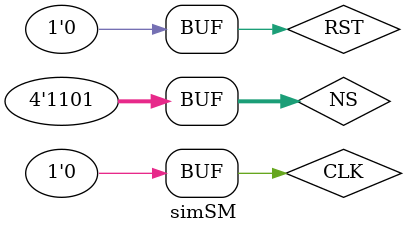
<source format=v>
`timescale 1ns / 1ps


module simSM();
reg [3:0]NS;
reg CLK;
reg RST;
wire [3:0]CS;
SM StateMemory(NS,CLK,RST,CS);
initial
begin
CLK <=0;
RST <=0;
NS[3]<=0;
NS[2]<=0;
NS[1]<=0;
NS[0]<=0;
$monitor($time,"Next State = %b%b%b%b, Current State = %b%b%b%b, RST = %b, Clock = %b",NS[3],NS[2],NS[1],NS[0],CS[3],CS[2],CS[1],CS[0],RST,CLK);

#5  NS[3] = 1;
    NS[2] = 1;
    NS[1] = 0;
    NS[0] = 1;
    CLK = 1;

#5 NS[3] = 1;
    NS[2] = 1;
    NS[1] = 0;
    NS[0] = 1;
    CLK = 0;
end
endmodule

</source>
